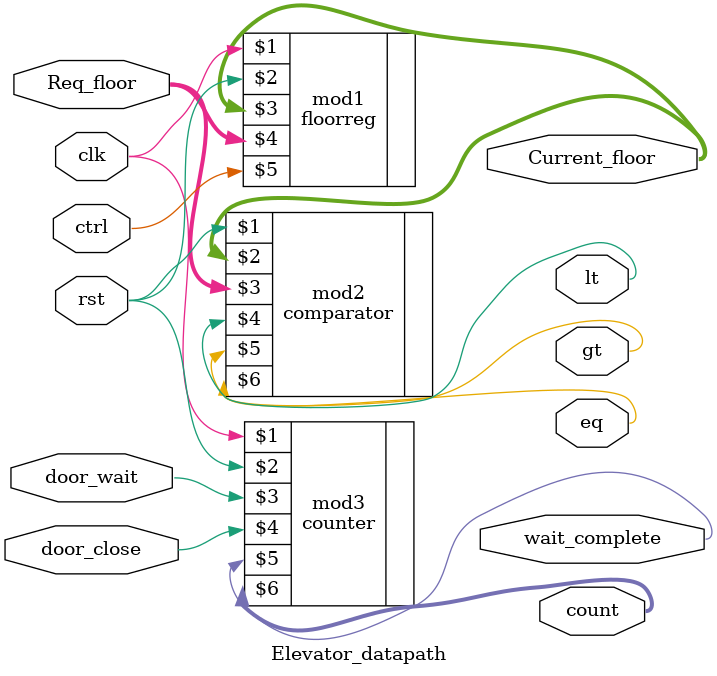
<source format=v>
module Elevator_datapath(
    input clk,
    input rst,
    input ctrl,
    input [1:0] Req_floor,
    input door_wait,
    input door_close,
    output [1:0] Current_floor,
    output wait_complete,
    output [2:0] count, 
    output lt,gt,eq);
     
    floorreg mod1(clk,rst,Current_floor,Req_floor,ctrl);
    comparator mod2(rst,Current_floor,Req_floor,lt,gt,eq);
    counter mod3(clk,rst,door_wait,door_close,wait_complete,count);
    
endmodule
</source>
